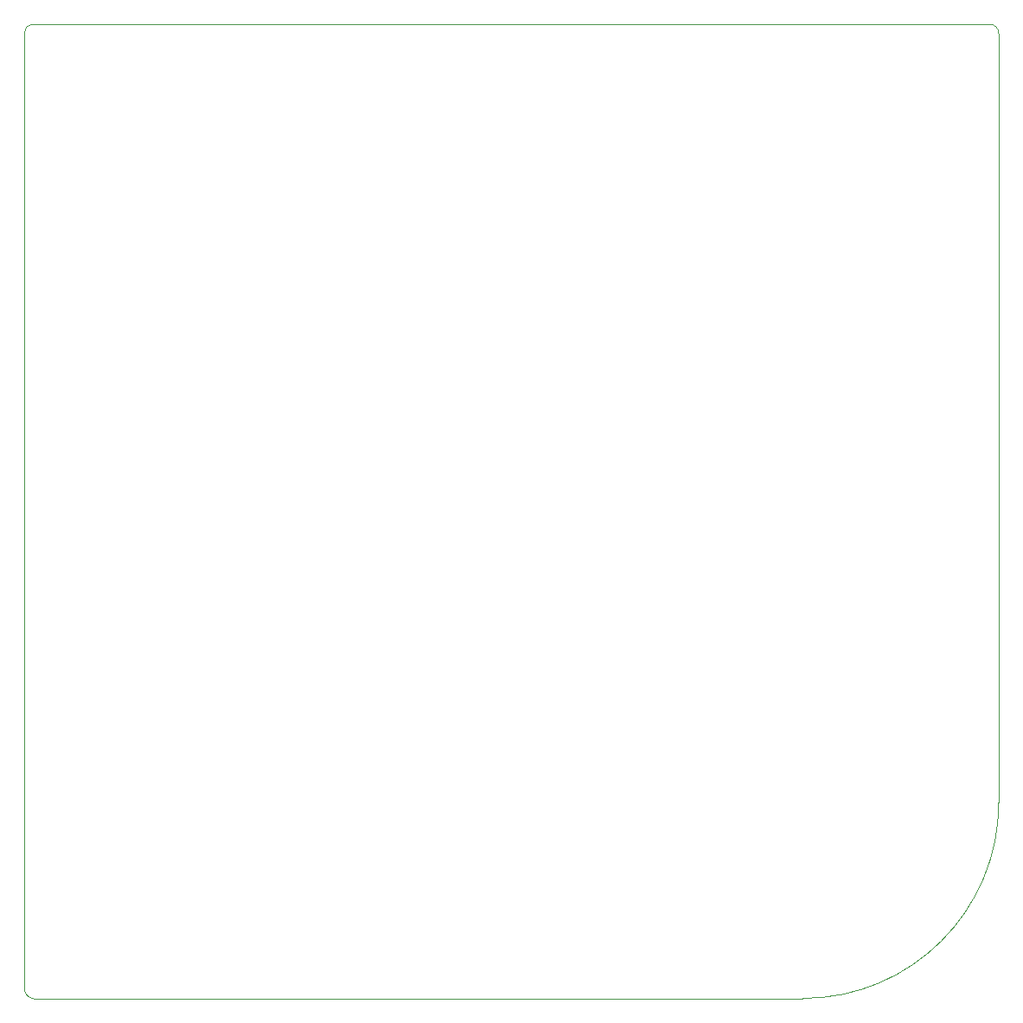
<source format=gm1>
%TF.GenerationSoftware,KiCad,Pcbnew,(5.99.0-12610-g07e01e6297)*%
%TF.CreationDate,2021-11-07T16:56:22+00:00*%
%TF.ProjectId,Envoy,456e766f-792e-46b6-9963-61645f706362,rev?*%
%TF.SameCoordinates,Original*%
%TF.FileFunction,Profile,NP*%
%FSLAX46Y46*%
G04 Gerber Fmt 4.6, Leading zero omitted, Abs format (unit mm)*
G04 Created by KiCad (PCBNEW (5.99.0-12610-g07e01e6297)) date 2021-11-07 16:56:22*
%MOMM*%
%LPD*%
G01*
G04 APERTURE LIST*
%TA.AperFunction,Profile*%
%ADD10C,0.050000*%
%TD*%
G04 APERTURE END LIST*
D10*
X195377000Y-56401000D02*
X195377000Y-131712000D01*
X176200000Y-150889000D02*
X100889000Y-150889000D01*
X100000000Y-150000000D02*
X100000000Y-56274000D01*
X100762000Y-55512000D02*
X194488000Y-55512000D01*
X100000000Y-56274000D02*
G75*
G02*
X100762000Y-55512000I762000J0D01*
G01*
X195377000Y-131712000D02*
G75*
G02*
X176200000Y-150889000I-19177000J0D01*
G01*
X194488000Y-55512000D02*
G75*
G02*
X195377000Y-56401000I0J-889000D01*
G01*
X100889000Y-150889000D02*
G75*
G02*
X100000000Y-150000000I0J889000D01*
G01*
M02*

</source>
